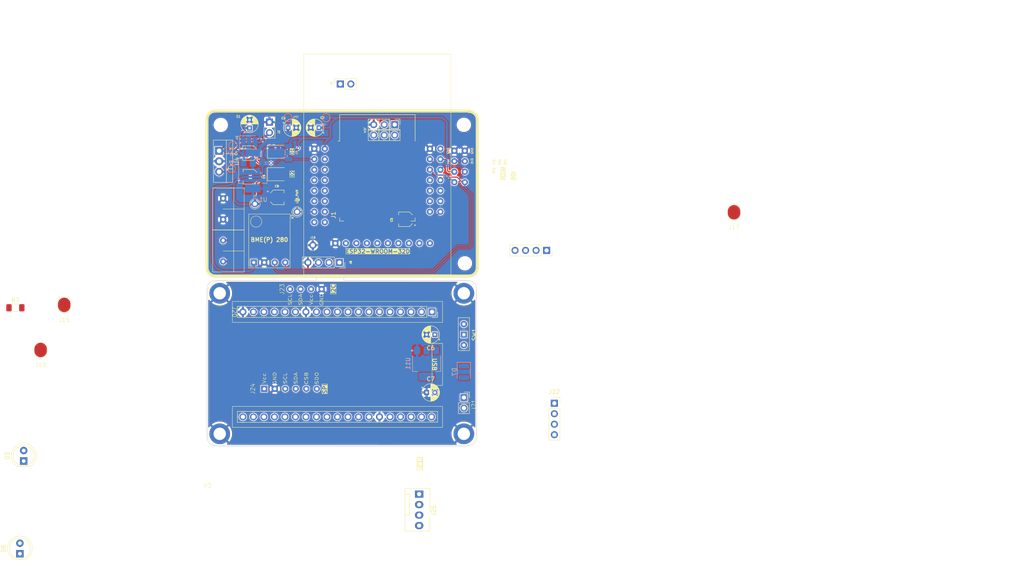
<source format=kicad_pcb>
(kicad_pcb (version 20240108) (generator "pcbnew") (generator_version "8.0")
  (layers (0 "F.Cu" signal) (31 "B.Cu" signal) (34 "B.Paste" user) (35 "F.Paste" user) (36 "B.SilkS" user "B.Silkscreen") (37 "F.SilkS" user "F.Silkscreen") (38 "B.Mask" user) (39 "F.Mask" user) (44 "Edge.Cuts" user))
  (net 0 "")
  (net 1 "GND")
  (net 2 "+3V3")
  (net 3 "+5V")
  (net 4 "/RXD")
  (net 5 "/TXD")
  (net 6 "/SDA")
  (net 7 "/GPIO_33")
  (net 8 "/SCL")
  (net 9 "/OUT3")
  (net 10 "/EN")
  (net 11 "/SOURCE2")
  (net 12 "/SOURCE1")
  (net 13 "/SOURCE3")
  (net 14 "/VDC")
  (net 15 "/DAC1")
  (net 16 "/DAC2")
  (net 17 "/GPIO39")
  (net 18 "/GPIO19")
  (net 19 "/GPIO17")
  (net 20 "/GPIO5")
  (net 21 "/GPIO18")
  (net 22 "/SD_DATA0")
  (net 23 "/ADC2_CH3")
  (net 24 "/SD_DATA3")
  (net 25 "/SD_CMD")
  (net 26 "/SD_CLK")
  (net 27 "/SD_DATA2")
  (net 28 "/SD_DATA1")
  (net 29 "/ADC2_CH0")
  (net 30 "/GPIO23")
  (net 31 "/GPIO36")
  (net 32 "/ADC2_CH2")
  (net 33 "/BOOT")
  (net 34 "/GPIO13")
  (net 35 "/SOURCE4")
  (net 36 "/SOURCE5")
  (net 37 "/SIPO_DATA")
  (net 38 "/SIPO_CLK")
  (net 39 "/SIPO_LATCH")
  (net 40 "/GPIO14")
  (net 41 "/OUT1")
  (net 42 "/VIN")
  (net 43 "Net-(D5-Pad1)")
  (net 44 "Net-(J15-Pin_1)")
  (net 45 "Net-(J19-Pin_1)")
  (net 46 "/OUT2")
  (net 58 "/ESP32-WROOM-32U Node/VIN")
  (net 63 "/ESP32-WROOM-32U Node/VDC")
  (net 74 "/ESP32-WROOM-32U Node/SPI-SDO")
  (net 75 "/ESP32-WROOM-32U Node/TX")
  (net 76 "Net-(J21-Pin_1)")
  (net 77 "/ESP32-WROOM-32U Node/SDA-2")
  (net 78 "/ESP32-WROOM-32U Node/SPI-CSB")
  (net 79 "/ESP32-WROOM-32U Node/SPI-SCL")
  (net 80 "/ESP32-WROOM-32U Node/SCL-2")
  (net 81 "/ESP32-WROOM-32U Node/RX")
  (net 82 "Net-(D7-A)")
  (net 83 "/ESP32-WROOM-32U Node/SPI-SDA")
  (net 85 "/ESP32-WROOM-32U Node/12V")
  (footprint "Capacitor_THT:CP_Radial_D4.0mm_P2.00mm" (layer "F.Cu") (at 107 44.2 180)
    (property "Reference" "C2")
    (property "Value" "1uF")
  )
  (footprint "LED_SMD:LED_1210_3225Metric_Pad1.42x2.65mm_HandSolder" (layer "F.Cu") (at 97 55.45)
    (property "Reference" "D2")
    (property "Value" "STATUS")
  )
  (footprint "Alexander Footprint Library:Board_65-40" (layer "F.Cu") (at 80 131.25)
    (property "Reference" "H3")
    (property "Value" "Project_Box_Board_65x40")
    (fp_line (start 0 -13) (end 0 -47) (stroke (width 0.05)) (layer "Edge.Cuts"))
    (fp_line (start 3 -50) (end 62 -50) (stroke (width 0.05)) (layer "Edge.Cuts"))
    (fp_line (start 62 -10) (end 3 -10) (stroke (width 0.05)) (layer "Edge.Cuts"))
    (fp_line (start 65 -47) (end 65 -13) (stroke (width 0.05)) (layer "Edge.Cuts"))
    (fp_arc (start 0 -47) (mid 0.87868 -49.12132) (end 3 -50) (stroke (width 0.05)) (layer "Edge.Cuts"))
    (fp_arc (start 3 -10) (mid 0.87868 -10.87868) (end 0 -13) (stroke (width 0.05)) (layer "Edge.Cuts"))
    (fp_arc (start 62 -50) (mid 64.12132 -49.12132) (end 65 -47) (stroke (width 0.05)) (layer "Edge.Cuts"))
    (fp_arc (start 65 -13) (mid 64.12132 -10.87868) (end 62 -10) (stroke (width 0.05)) (layer "Edge.Cuts"))
  )
  (footprint "Capacitor_SMD:CP_Elec_3x5.3" (layer "F.Cu") (at 90.3 50.35 180)
    (property "Reference" "C4")
    (property "Value" "0.1uF")
  )
  (footprint "Resistor_SMD:R_1206_3216Metric_Pad1.30x1.75mm_HandSolder" (layer "F.Cu") (at 33.612 87.7585)
    (property "Reference" "R7")
    (property "Value" "4K7")
  )
  (footprint "LED_THT:LED_D5.0mm" (layer "F.Cu") (at 34.7 147.25 90)
    (property "Reference" "D6")
    (property "Value" "LED_STATUS")
  )
  (footprint "Connector_PinSocket_2.54mm:PinSocket_1x04_P2.54mm_Vertical" (layer "F.Cu") (at 163.88 110.85)
    (property "Reference" "J22")
    (property "Value" "PWR_SATA_Conn_01x04")
  )
  (footprint "Alexander Footprint Library:Pad_1x01_P2.54_SMD" (layer "F.Cu") (at 39.712 102.098)
    (property "Reference" "J19")
    (property "Value" "LED_PWR")
  )
  (footprint "Alexanddr Footprints Library:ESP32-WROOM-Adapter-Socket-2" (layer "F.Cu") (at 121.1 56.9025)
    (property "Reference" "J1")
    (property "Value" "~")
  )
  (footprint "Alexander Footprint Library:Pad_1x01_P2.54_SMD" (layer "F.Cu") (at 45.412 91.198)
    (property "Reference" "J15")
    (property "Value" "LED_PWR")
  )
  (footprint "MountingHole:MountingHole_3mm" (layer "F.Cu") (at 142 43.5)
    (property "Reference" "H1" (hide yes))
    (property "Value" "MountingHole_Pad")
  )
  (footprint "MountingHole:MountingHole_3mm" (layer "F.Cu") (at 83.25 43.53)
    (property "Reference" "H2" (hide yes))
    (property "Value" "MountingHole_Pad")
  )
  (footprint "Alexander Footprints Library:Conn_Terminal_5mm" (layer "F.Cu") (at 83.82 53.69)
    (property "Reference" "J9" (hide yes))
    (property "Value" "Conn_01x02_Socket")
  )
  (footprint "Alexander Footprint Library:Pad_1x01_P2.54_SMD" (layer "F.Cu") (at 207.3 68.7895)
    (property "Reference" "J17")
    (property "Value" "GND")
  )
  (footprint "Capacitor_THT:CP_Radial_D4.0mm_P2.00mm" (layer "F.Cu") (at 133 108.25)
    (property "Reference" "C7")
    (property "Value" "1uF")
  )
  (footprint "Connector:FanPinHeader_1x04_P2.54mm_Vertical" (layer "F.Cu") (at 131.2 132.83 -90)
    (property "Reference" "J25")
    (property "Value" "Conn_01x04_Pin")
  )
  (footprint "Capacitor_SMD:CP_Elec_3x5.3" (layer "F.Cu") (at 90.4 56.05 180)
    (property "Reference" "C9")
    (property "Value" "0.1uF")
  )
  (footprint "Alexander Footprint Library:PinSocket_1x01_P2.54" (layer "F.Cu") (at 91.5 65.19)
    (property "Reference" "J7")
    (property "Value" "LED_PWR")
  )
  (footprint "Alexander Footprint Library:Conn_SPI" (layer "F.Cu") (at 88.68 107.35 90)
    (property "Reference" "J24")
    (property "Value" "~")
  )
  (footprint "Connector_PinSocket_2.54mm:PinSocket_1x02_P2.54mm_Vertical" (layer "F.Cu") (at 95.025 42.85)
    (property "Reference" "J2")
    (property "Value" "PWR")
  )
  (footprint "Connector_PinSocket_2.54mm:PinSocket_1x04_P2.54mm_Vertical" (layer "F.Cu") (at 111.94 76.8 -90)
    (property "Reference" "J6")
    (property "Value" "SOURCE")
  )
  (footprint "Connector_PinSocket_2.54mm:PinSocket_1x04_P2.54mm_Vertical" (layer "F.Cu") (at 162 73.875 -90)
    (property "Reference" "J10" (hide yes))
    (property "Value" "ADC")
  )
  (footprint "Capacitor_SMD:CP_Elec_3x5.3" (layer "F.Cu") (at 128 66.35 180)
    (property "Reference" "C5")
    (property "Value" "0.1uF")
  )
  (footprint "Alexander Footprint Library:PinSocket_1x02_P2.54" (layer "F.Cu") (at 140.815 114.5925)
    (property "Reference" "J21")
    (property "Value" "PWR")
  )
  (footprint "Capacitor_THT:CP_Radial_D4.0mm_P2.00mm" (layer "F.Cu") (at 99.5 44.2)
    (property "Reference" "C3")
    (property "Value" "1uF")
  )
  (footprint "Alexander Footprint Library:Conn_ESP32_WROOM-DevKit-38pins" (layer "F.Cu") (at 86.06 88.75 -90)
    (property "Reference" "J20")
    (property "Value" "~")
  )
  (footprint "Capacitor_SMD:CP_Elec_3x5.3" (layer "F.Cu") (at 96.8 61.05)
    (property "Reference" "C8")
    (property "Value" "10uF")
  )
  (footprint "Alexander Footprint Library:PinSocket_1x01_P2.54" (layer "F.Cu") (at 101.7 67.12)
    (property "Reference" "J18")
    (property "Value" "LED_PWR")
  )
  (footprint "Alexander Footprint Library:Conn_I2C" (layer "F.Cu") (at 115.24 83.25 -90)
    (property "Reference" "J23")
    (property "Value" "I2C")
  )
  (footprint "Capacitor_THT:CP_Radial_D4.0mm_P2.00mm" (layer "F.Cu") (at 135 94.25 180)
    (property "Reference" "C6")
    (property "Value" "1uF")
  )
  (footprint "Connector_PinSocket_2.54mm:PinSocket_1x02_P2.54mm_Vertical" (layer "F.Cu") (at 112.15 33.625 90)
    (property "Reference" "J5")
    (property "Value" "DAC")
  )
  (footprint "Alexander Footprint Library:CONN_2x3" (layer "F.Cu") (at 130.38 43.45 -90)
    (property "Reference" "J14")
    (property "Value" "GPIO")
  )
  (footprint "Alexander Footprints Library:Conn_UART" (layer "F.Cu") (at 139.7 42.15)
    (property "Reference" "J3" (hide yes))
    (property "Value" "UART")
  )
  (footprint "Alexander Footprint Library:SW_Slide-03_7.3x2.5x2.5_P2.54mm" (layer "F.Cu") (at 142 94.25 -90)
    (property "Reference" "SW1")
    (property "Value" "SW_SPDT")
  )
  (footprint "Alexander Footprint Library:PinSocket_1x01_P2.54" (layer "F.Cu") (at 105.5 75.19)
    (property "Reference" "J16")
    (property "Value" "GND")
  )
  (footprint "Capacitor_THT:CP_Radial_D4.0mm_P2.00mm" (layer "F.Cu") (at 90.2 44.3 90)
    (property "Reference" "C1")
    (property "Value" "1uF")
  )
  (footprint "Alexander Footprint Library:BME280_BMP280_I2C" (layer "F.Cu") (at 90 78.1 90)
    (property "Reference" "U7")
    (property "Value" "BME(P)280")
  )
  (footprint "Alexander Footprint Library:LD1117" (layer "F.Cu") (at 82.855 49.77 -90)
    (property "Reference" "U4")
    (property "Value" "L7805")
  )
  (footprint "Alexander Footprints Library:Conn_I2C" (layer "F.Cu") (at 142.24 42.15)
    (property "Reference" "J4" (hide yes))
    (property "Value" "I2C")
  )
  (footprint "LED_THT:LED_D5.0mm" (layer "F.Cu") (at 35.612 124.8335 90)
    (property "Reference" "D5")
    (property "Value" "LED_PWR")
  )
  (footprint "LED_SMD:LED_1210_3225Metric_Pad1.42x2.65mm_HandSolder" (layer "F.Cu") (at 97 50)
    (property "Reference" "D1")
    (property "Value" "PWR")
  )
  (footprint "MountingHole:MountingHole_3mm" (layer "F.Cu") (at 142.25 77)
    (property "Reference" "H4" (hide yes))
    (property "Value" "MountingHole_Pad")
  )
  (footprint "Alexander Footprints Library:Conn_Terminal_5mm" (layer "F.Cu") (at 83.82 63.85)
    (property "Reference" "J8" (hide yes))
    (property "Value" "Conn_01x02_Socket")
  )
  (footprint "TestPoint:TestPoint_Pad_D1.5mm" (layer "B.Cu") (at 99.5 41.75 180)
    (property "Reference" "TP4")
    (property "Value" "5V")
  )
  (footprint "TestPoint:TestPoint_Pad_D1.5mm" (layer "B.Cu") (at 108.7 41.75 180)
    (property "Reference" "TP3")
    (property "Value" "3V3")
  )
  (footprint "Diode_SMD:D_1210_3225Metric" (layer "B.Cu") (at 142 103.25 -90)
    (property "Reference" "D7")
    (property "Value" "D")
  )
  (footprint "Resistor_SMD:R_1206_3216Metric_Pad1.30x1.75mm_HandSolder" (layer "B.Cu") (at 99.7 50.25 -90)
    (property "Reference" "R1")
    (property "Value" "10K")
  )
  (footprint "Diode_SMD:D_1210_3225Metric" (layer "B.Cu") (at 90.1 47.75)
    (property "Reference" "D4")
    (property "Value" "D")
  )
  (footprint "TestPoint:TestPoint_Pad_D1.5mm" (layer "B.Cu") (at 86.2 48.45 180)
    (property "Reference" "TP1")
    (property "Value" "VIN")
  )
  (footprint "TestPoint:TestPoint_Pad_D1.5mm" (layer "B.Cu") (at 85.9 54.15 180)
    (property "Reference" "TP2")
    (property "Value" "GND")
  )
  (footprint "Package_TO_SOT_SMD:SOT-223-3_TabPin2" (layer "B.Cu") (at 91 55.75 -90)
    (property "Reference" "U1")
    (property "Value" "AMS1117-3V3")
  )
  (footprint "Package_TO_SOT_SMD:SOT-223-3_TabPin2" (layer "B.Cu") (at 133 101.25 -90)
    (property "Reference" "U11")
    (property "Value" "AMS1117-5.0")
  )
  (gr_line (start 145.25 42.11421) (end 145.25 78.085782) (stroke (width 0.75)) (layer "F.SilkS"))
  (gr_line (start 81.914218 40.164218) (end 143.08579 40.164218) (stroke (width 0.75)) (layer "F.SilkS"))
  (gr_arc (start 145.25 78.085782) (mid 144.66422 79.500007) (end 143.25 80.085782) (stroke (width 0.75)) (layer "F.SilkS"))
  (gr_line (start 79.914218 42.11421) (end 79.914218 78.085782) (stroke (width 0.75)) (layer "F.SilkS"))
  (gr_arc (start 81.914218 80.085782) (mid 80.499999 79.500001) (end 79.914218 78.085782) (stroke (width 0.75)) (layer "F.SilkS"))
  (gr_arc (start 143.25 40.25) (mid 144.664214 40.835786) (end 145.25 42.25) (stroke (width 0.75)) (layer "F.SilkS"))
  (gr_arc (start 79.914218 42.164218) (mid 80.499999 40.749999) (end 81.914218 40.164218) (stroke (width 0.75)) (layer "F.SilkS"))
  (gr_line (start 81.914214 80.085782) (end 143.085786 80.085782) (stroke (width 0.75)) (layer "F.SilkS"))
  (gr_line (start 82.014214 80.235786) (end 106.4 80.25) (stroke (width 0.1)) (layer "Edge.Cuts"))
  (gr_line (start 80 42.25) (end 80.014214 78.235786) (stroke (width 0.1)) (layer "Edge.Cuts"))
  (gr_arc (start 79.921321 83.157107) (mid 80.507106 81.742896) (end 81.921321 81.157107) (stroke (width 0.1)) (layer "Edge.Cuts"))
  (gr_line (start 81.921321 121.128679) (end 143.107107 121.142893) (stroke (width 0.1)) (layer "Edge.Cuts"))
  (gr_arc (start 81.921321 121.128679) (mid 80.507101 120.542899) (end 79.921321 119.128679) (stroke (width 0.1)) (layer "Edge.Cuts"))
  (gr_line (start 143.092893 81.157107) (end 113 81.15) (stroke (width 0.1)) (layer "Edge.Cuts"))
  (gr_arc (start 145.107107 119.142893) (mid 144.521321 120.557107) (end 143.107107 121.142893) (stroke (width 0.1)) (layer "Edge.Cuts"))
  (gr_line (start 106.4 81.15) (end 81.921321 81.157107) (stroke (width 0.1)) (layer "Edge.Cuts"))
  (gr_arc (start 143.185786 40.264214) (mid 144.600004 40.849996) (end 145.185786 42.264214) (stroke (width 0.1)) (layer "Edge.Cuts"))
  (gr_line (start 113 80.25) (end 143.185786 80.235786) (stroke (width 0.1)) (layer "Edge.Cuts"))
  (gr_arc (start 82.014214 80.235786) (mid 80.599996 79.650004) (end 80.014214 78.235786) (stroke (width 0.1)) (layer "Edge.Cuts"))
  (gr_line (start 145.185786 42.264214) (end 145.185786 78.235786) (stroke (width 0.1)) (layer "Edge.Cuts"))
  (gr_arc (start 80 42.25) (mid 80.585786 40.835786) (end 82 40.25) (stroke (width 0.1)) (layer "Edge.Cuts"))
  (gr_line (start 145.107107 119.142893) (end 145.092893 83.157107) (stroke (width 0.1)) (layer "Edge.Cuts"))
  (gr_line (start 79.921321 119.128679) (end 79.921321 83.157107) (stroke (width 0.1)) (layer "Edge.Cuts"))
  (gr_line (start 106.4 81.15) (end 106.4 80.25) (stroke (width 0.1)) (layer "Edge.Cuts"))
  (gr_arc (start 145.185786 78.235786) (mid 144.600004 79.650004) (end 143.185786 80.235786) (stroke (width 0.1)) (layer "Edge.Cuts"))
  (gr_arc (start 143.092893 81.157107) (mid 144.507112 81.742888) (end 145.092893 83.157107) (stroke (width 0.1)) (layer "Edge.Cuts"))
  (gr_line (start 113 81.15) (end 113 80.25) (stroke (width 0.1)) (layer "Edge.Cuts"))
  (gr_line (start 143.185786 40.264214) (end 82 40.25) (stroke (width 0.1)) (layer "Edge.Cuts"))
  (gr_text "PWR" (at 132 127.25 90) (layer "F.SilkS" knockout) (effects (font (size 1 1) (thickness 0.25) (bold yes)) (justify left bottom)))
  (segment (start 84.21 66) (end 83.82 66.39) (width 0.5) (layer "F.Cu") (net 1))
  (segment (start 95.5 54.8625) (end 95.5125 54.85) (width 0.25) (layer "F.Cu") (net 1))
  (segment (start 95.5 55.4625) (end 95.5125 55.45) (width 0.25) (layer "F.Cu") (net 1))
  (segment (start 91.5 59.65) (end 91.9 59.25) (width 0.5) (layer "F.Cu") (net 2))
  (segment (start 101.15 50) (end 102 49.15) (width 0.5) (layer "F.Cu") (net 2))
  (segment (start 94.63 62.62) (end 91.5 62.62) (width 0.5) (layer "F.Cu") (net 2))
  (segment (start 91.9 59.25) (end 91.9 56.05) (width 0.5) (layer "F.Cu") (net 2))
  (segment (start 98.4875 50) (end 101.15 50) (width 0.5) (layer "F.Cu") (net 2))
  (segment (start 95.3 61.05) (end 95.3 61.95) (width 0.5) (layer "F.Cu") (net 2))
  (segment (start 95.3 61.95) (end 94.63 62.62) (width 0.5) (layer "F.Cu") (net 2))
  (segment (start 91.5 62.62) (end 91.5 59.65) (width 0.5) (layer "F.Cu") (net 2))
  (via (at 102 49.15) (size 0.8) (drill 0.4) (layers "F.Cu" "B.Cu") (net 2))
  (segment (start 96.075 48.7) (end 97.525 48.7) (width 0.5) (layer "B.Cu") (net 2))
  (segment (start 108.4 49.2825) (end 108.4 47.85) (width 0.5) (layer "B.Cu") (net 2))
  (segment (start 109.408578 44.2) (end 107 44.2) (width 0.5) (layer "B.Cu") (net 2))
  (segment (start 109.5 46.75) (end 109.75 46.5) (width 0.5) (layer "B.Cu") (net 2))
  (segment (start 81.3 75.997918) (end 81.3 59.75104) (width 0.5) (layer "B.Cu") (net 2))
  (segment (start 93.3 54.905025) (end 93.3 52.6) (width 0.5) (layer "B.Cu") (net 2))
  (segment (start 100 48.7) (end 100 48.03033) (width 0.5) (layer "B.Cu") (net 2))
  (segment (start 137.9 51.55) (end 138.66 52.31) (width 0.5) (layer "B.Cu") (net 2))
  (segment (start 84.202081 78.9) (end 89.990883 78.9) (width 0.5) (layer "B.Cu") (net 2))
  (segment (start 109.75 45) (end 109.75 44.141421) (width 0.5) (layer "B.Cu") (net 2))
  (segment (start 103 46.75) (end 101.28033 46.75) (width 0.5) (layer "B.Cu") (net 2))
  (segment (start 109.75 43.858578) (end 109.75 44.141421) (width 0.5) (layer "B.Cu") (net 2))
  (segment (start 138.66 52.31) (end 139.7 52.31) (width 0.5) (layer "B.Cu") (net 2))
  (segment (start 139.7 52.31) (end 142.24 52.31) (width 0.5) (layer "B.Cu") (net 2))
  (segment (start 129.1 41.75) (end 136.8 41.75) (width 0.5) (layer "B.Cu") (net 2))
  (segment (start 112.31066 41.75) (end 129.1 41.75) (width 0.5) (layer "B.Cu") (net 2))
  (segment (start 88.207106 62.75) (end 91.5 62.75) (width 0.5) (layer "B.Cu") (net 2))
  (segment (start 86.5 61.042893) (end 86.5 57.5) (width 0.5) (layer "B.Cu") (net 2))
  (segment (start 103 46.75) (end 109.5 46.75) (width 0.5) (layer "B.Cu") (net 2))
  (segment (start 137.9 42.85) (end 137.9 51.55) (width 0.5) (layer "B.Cu") (net 2))
  (segment (start 91.22 77.670883) (end 91.22 76.8) (width 0.5) (layer "B.Cu") (net 2))
  (segment (start 89.455634 56.1) (end 92.105025 56.1) (width 0.5) (layer "B.Cu") (net 2))
  (segment (start 96.075 48.7) (end 95.177817 48.7) (width 0.5) (layer "B.Cu") (net 2))
  (segment (start 136.8 41.75) (end 137.9 42.85) (width 0.5) (layer "B.Cu") (net 2))
  (segment (start 108.4 47.85) (end 109.75 46.5) (width 0.5) (layer "B.Cu") (net 2))
  (segment (start 109.75 46.5) (end 109.75 45) (width 0.5) (layer "B.Cu") (net 2))
  (segment (start 110.015165 42.984834) (end 110.5 42.5) (width 0.5) (layer "B.Cu") (net 2))
  (segment (start 102 47.75) (end 103 46.75) (width 0.5) (layer "B.Cu") (net 2))
  (segment (start 109.75 43.858578) (end 109.75 43.625) (width 0.5) (layer "B.Cu") (net 2))
  (segment (start 93.3 52.6) (end 93.3 50.577817) (width 0.5) (layer "B.Cu") (net 2))
  (segment (start 82.75104 58.3) (end 84.144365 58.3) (width 0.5) (layer "B.Cu") (net 2))
  (segment (start 102 49.15) (end 102 47.75) (width 0.5) (layer "B.Cu") (net 2))
  (segment (start 129.3 41.75) (end 129.1 41.75) (width 0.5) (layer "B.Cu") (net 2))
  (segment (start 108.7 41.75) (end 112.31066 41.75) (width 0.5) (layer "B.Cu") (net 2))
  (segment (start 100 48.7) (end 97.525 48.7) (width 0.5) (layer "B.Cu") (net 2))
  (arc (start 93.3 54.905025) (mid 93.209037 55.362322) (end 92.95 55.75) (width 0.5) (layer "B.Cu") (net 2))
  (arc (start 86.8 57.2) (mid 85.581584 58.014119) (end 84.144365 58.3) (width 0.5) (layer "B.Cu") (net 2))
  (arc (start 89.455634 56.1) (mid 88.018415 56.38588) (end 86.8 57.2) (width 0.5) (layer "B.Cu") (net 2))
  (arc (start 86.5 61.042893) (mid 86.629945 61.696174) (end 87 62.25) (width 0.5) (layer "B.Cu") (net 2))
  (arc (start 82.75104 58.3) (mid 82.195751 58.410453) (end 81.725 58.725) (width 0.5) (layer "B.Cu") (net 2))
  (arc (start 92.95 55.75) (mid 92.562322 56.009037) (end 92.105025 56.1) (width 0.5) (layer "B.Cu") (net 2))
  (arc (start 109.75 43.625) (mid 109.818914 43.278544) (end 110.015165 42.984834) (width 0.5) (layer "B.Cu") (net 2))
  (arc (start 95.177817 48.7) (mid 94.459207 48.84294) (end 93.85 49.25) (width 0.5) (layer "B.Cu") (net 2))
  (arc (start 82.15 78.05) (mid 83.091502 78.679092) (end 84.202081 78.9) (width 0.5) (layer "B.Cu") (net 2))
  (arc (start 109.75 44.141421) (mid 109.713838 44.087301) (end 109.65 44.1) (width 0.5) (layer "B.Cu") (net 2))
  (arc (start 93.85 49.25) (mid 93.44294 49.859207) (end 93.3 50.577817) (width 0.5) (layer "B.Cu") (net 2))
  (arc (start 90.86 78.54) (mid 90.461245 78.806439) (end 89.990883 78.9) (width 0.5) (layer "B.Cu") (net 2))
  (arc (start 109.65 44.1) (mid 109.539234 44.17401) (end 109.408578 44.2) (width 0.5) (layer "B.Cu") (net 2))
  (arc (start 87 62.25) (mid 87.553825 62.620054) (end 88.207106 62.75) (width 0.5) (layer "B.Cu") (net 2))
  (arc (start 81.725 58.725) (mid 81.410453 59.195751) (end 81.3 59.75104) (width 0.5) (layer "B.Cu") (net 2))
  (arc (start 101.28033 46.75) (mid 100.790368 46.847459) (end 100.375 47.125) (width 0.5) (layer "B.Cu") (net 2))
  (arc (start 91.22 77.670883) (mid 91.126439 78.141245) (end 90.86 78.54) (width 0.5) (layer "B.Cu") (net 2))
  (arc (start 110.5 42.5) (mid 111.330737 41.944918) (end 112.31066 41.75) (width 0.5) (layer "B.Cu") (net 2))
  (arc (start 109.65 44.1) (mid 109.72401 43.989234) (end 109.75 43.858578) (width 0.5) (layer "B.Cu") (net 2))
  (arc (start 100.375 47.125) (mid 100.097459 47.540368) (end 100 48.03033) (width 0.5) (layer "B.Cu") (net 2))
  (arc (start 81.3 75.997918) (mid 81.520907 77.108496) (end 82.15 78.05) (width 0.5) (layer "B.Cu") (net 2))
  (segment (start 99.5 45.693413) (end 99.5 44.2) (width 0.5) (layer "F.Cu") (net 3))
  (segment (start 98.6375 46.9625) (end 99.2125 46.3875) (width 0.5) (layer "F.Cu") (net 3))
  (segment (start 88.1 47.25) (end 97.943413 47.25) (width 0.5) (layer "F.Cu") (net 3))
  (segment (start 84.9 54.85) (end 85.4 54.35) (width 0.5) (layer "F.Cu") (net 3))
  (segment (start 85.4 54.35) (end 85.4 49.95) (width 0.5) (layer "F.Cu") (net 3))
  (segment (start 82.855 54.85) (end 84.9 54.85) (width 0.5) (layer "F.Cu") (net 3))
  (segment (start 85.4 49.95) (end 88.1 47.25) (width 0.5) (layer "F.Cu") (net 3))
  (arc (start 97.943413 47.25) (mid 98.31905 47.175281) (end 98.6375 46.9625) (width 0.5) (layer "F.Cu") (net 3))
  (arc (start 99.5 45.693413) (mid 99.425281 46.06905) (end 99.2125 46.3875) (width 0.5) (layer "F.Cu") (net 3))
  (segment (start 99.5 42.25) (end 99.5 44.2) (width 0.25) (layer "B.Cu") (net 3))
  (segment (start 139.7 57.35) (end 139.7 57.39) (width 0.25) (layer "F.Cu") (net 4))
  (segment (start 140.3 57.45) (end 139.3 57.45) (width 0.25) (layer "F.Cu") (net 4))
  (segment (start 139.04 57.39) (end 139.7 57.39) (width 0.25) (layer "F.Cu") (net 4))
  (segment (start 137.96 55.65) (end 139.7 57.39) (width 0.25) (layer "B.Cu") (net 4))
  (segment (start 133.8 54.3625) (end 135.0875 55.65) (width 0.25) (layer "B.Cu") (net 4))
  (segment (start 135.0875 55.65) (end 137.96 55.65) (width 0.25) (layer "B.Cu") (net 4))
  (segment (start 138 52.25) (end 137.5725 51.8225) (width 0.25) (layer "F.Cu") (net 5))
  (segment (start 139.7 54.85) (end 138.3 54.85) (width 0.25) (layer "F.Cu") (net 5))
  (segment (start 137.5725 51.8225) (end 136.34 51.8225) (width 0.25) (layer "F.Cu") (net 5))
  (segment (start 138 54.55) (end 138 52.25) (width 0.25) (layer "F.Cu") (net 5))
  (segment (start 138.3 54.85) (end 138 54.55) (width 0.25) (layer "F.Cu") (net 5))
  (segment (start 139.7 54.85) (end 139.5 54.85) (width 0.25) (layer "F.Cu") (net 5))
  (segment (start 142.24 54.85) (end 142.24 55.51) (width 0.25) (layer "F.Cu") (net 6))
  (segment (start 98.84 76.8) (end 98.84 78.09) (width 0.25) (layer "B.Cu") (net 6))
  (segment (start 141 57.95) (end 141 56.09) (width 0.25) (layer "B.Cu") (net 6))
  (segment (start 140.990501 53.600501) (end 142.24 54.85) (width 0.25) (layer "B.Cu") (net 6))
  (segment (start 136.34 54.3625) (end 137.101999 53.600501) (width 0.25) (layer "B.Cu") (net 6))
  (segment (start 143.281802 72.781802) (end 143.55 72.513604) (width 0.25) (layer "B.Cu") (net 6))
  (segment (start 99.4 78.65) (end 130.7 78.65) (width 0.25) (layer "B.Cu") (net 6))
  (segment (start 130.7 78.65) (end 134.55 78.65) (width 0.25) (layer "B.Cu") (net 6))
  (segment (start 143.55 72.513604) (end 143.55 60.5) (width 0.25) (layer "B.Cu") (net 6))
  (segment (start 143.55 60.5) (end 141 57.95) (width 0.25) (layer "B.Cu") (net 6))
  (segment (start 140.418198 72.781802) (end 143.281802 72.781802) (width 0.25) (layer "B.Cu") (net 6))
  (segment (start 98.84 78.09) (end 99.4 78.65) (width 0.25) (layer "B.Cu") (net 6))
  (segment (start 141 56.09) (end 142.24 54.85) (width 0.25) (layer "B.Cu") (net 6))
  (segment (start 137.101999 53.600501) (end 140.990501 53.600501) (width 0.25) (layer "B.Cu") (net 6))
  (segment (start 134.55 78.65) (end 140.418198 72.781802) (width 0.25) (layer "B.Cu") (net 6))
  (segment (start 135.1 55.15) (end 135.6 55.65) (width 0.25) (layer "F.Cu") (net 8))
  (segment (start 133.8 51.8225) (end 135.1 53.1225) (width 0.25) (layer "F.Cu") (net 8))
  (segment (start 141.603604 57.39) (end 142.24 57.39) (width 0.25) (layer "F.Cu") (net 8))
  (segment (start 137.3 55.65) (end 137.8 56.15) (width 0.25) (layer "F.Cu") (net 8))
  (segment (start 135.1 53.1225) (end 135.1 55.15) (width 0.25) (layer "F.Cu") (net 8))
  (segment (start 135.6 55.65) (end 137.3 55.65) (width 0.25) (layer "F.Cu") (net 8))
  (segment (start 140.363604 56.15) (end 141.603604 57.39) (width 0.25) (layer "F.Cu") (net 8))
  (segment (start 137.8 56.15) (end 140.363604 56.15) (width 0.25) (layer "F.Cu") (net 8))
  (segment (start 142.24 58.553604) (end 142.24 57.39) (width 0.25) (layer "B.Cu") (net 8))
  (segment (start 144 72.7) (end 144 60.313604) (width 0.25) (layer "B.Cu") (net 8))
  (segment (start 134.8 79.1) (end 140.6 73.3) (width 0.25) (layer "B.Cu") (net 8))
  (segment (start 140.6 73.3) (end 143.4 73.3) (width 0.25) (layer "B.Cu") (net 8))
  (segment (start 96.3 76.8) (end 96.3 78.45) (width 0.25) (layer "B.Cu") (net 8))
  (segment (start 143.4 73.3) (end 144 72.7) (width 0.25) (layer "B.Cu") (net 8))
  (segment (start 96.3 78.45) (end 96.95 79.1) (width 0.25) (layer "B.Cu") (net 8))
  (segment (start 144 60.313604) (end 142.24 58.553604) (width 0.25) (layer "B.Cu") (net 8))
  (segment (start 96.95 79.1) (end 134.8 79.1) (width 0.25) (layer "B.Cu") (net 8))
  (segment (start 92.3 52.75) (end 91.8 52.25) (width 0.25) (layer "F.Cu") (net 10))
  (segment (start 91.8 52.25) (end 91.8 50.35) (width 0.25) (layer "F.Cu") (net 10))
  (segment (start 95.4 52.75) (end 92.3 52.75) (width 0.25) (layer "F.Cu") (net 10))
  (via (at 95.4 52.75) (size 0.8) (drill 0.4) (layers "F.Cu" "B.Cu") (net 10))
  (segment (start 95.4 52.75) (end 96.7 52.75) (width 0.25) (layer "B.Cu") (net 10))
  (segment (start 101.4 51.8) (end 101.45 51.8) (width 0.25) (layer "B.Cu") (net 10))
  (segment (start 105.86 51.8225) (end 101.4225 51.8225) (width 0.25) (layer "B.Cu") (net 10))
  (segment (start 99.7 51.8) (end 101.4 51.8) (width 0.25) (layer "B.Cu") (net 10))
  (segment (start 97.65 51.8) (end 99.7 51.8) (width 0.25) (layer "B.Cu") (net 10))
  (segment (start 101.4225 51.8225) (end 101.4 51.8) (width 0.25) (layer "B.Cu") (net 10))
  (segment (start 96.7 52.75) (end 97.65 51.8) (width 0.25) (layer "B.Cu") (net 10))
  (segment (start 86.37 71.47) (end 88 73.1) (width 0.5) (layer "F.Cu") (net 11))
  (segment (start 88 73.1) (end 99 73.1) (width 0.5) (layer "F.Cu") (net 11))
  (segment (start 83.82 71.47) (end 86.37 71.47) (width 0.5) (layer "F.Cu") (net 11))
  (segment (start 86.275 76.55) (end 88.075 74.75) (width 0.5) (layer "F.Cu") (net 12))
  (segment (start 83.82 76.55) (end 86.275 76.55) (width 0.5) (layer "F.Cu") (net 12))
  (segment (start 88.075 74.75) (end 99.75 74.75) (width 0.5) (layer "F.Cu") (net 12))
  (segment (start 95.025 45.425) (end 92.7 47.75) (width 0.5) (layer "B.Cu") (net 14))
  (segment (start 92.7 47.75) (end 91.5 47.75) (width 0.5) (layer "B.Cu") (net 14))
  (segment (start 95.025 45.39) (end 95.025 45.425) (width 0.5) (layer "B.Cu") (net 14))
  (segment (start 129.5 66.35) (end 134.5125 66.35) (width 0.25) (layer "F.Cu") (net 33))
  (segment (start 134.5125 66.35) (end 136.34 64.5225) (width 0.25) (layer "F.Cu") (net 33))
  (segment (start 101.7 56.05) (end 101.1 55.45) (width 0.25) (layer "F.Cu") (net 40))
  (segment (start 101.7 64.55) (end 105.8325 64.55) (width 0.25) (layer "F.Cu") (net 40))
  (segment (start 105.8325 64.55) (end 105.86 64.5225) (width 0.25) (layer "F.Cu") (net 40))
  (segment (start 101.1 55.45) (end 98.4875 55.45) (width 0.25) (layer "F.Cu") (net 40))
  (segment (start 101.7 64.55) (end 101.7 56.05) (width 0.25) (layer "F.Cu") (net 40))
  (segment (start 82.98 49.77) (end 82.855 49.77) (width 0.5) (layer "F.Cu") (net 42))
  (segment (start 90.2 44.3) (end 88.45 44.3) (width 0.5) (layer "F.Cu") (net 42))
  (segment (start 88.45 44.3) (end 82.98 49.77) (width 0.5) (layer "F.Cu") (net 42))
  (segment (start 88.7 50.546446) (end 88.7 51.253553) (width 0.5) (layer "B.Cu") (net 42))
  (segment (start 88.7 45.153553) (end 88.7 47.4) (width 0.5) (layer "B.Cu") (net 42))
  (segment (start 86.2 49.11) (end 86.2 48.45) (width 0.25) (layer "B.Cu") (net 42))
  (segment (start 88.45 50.65) (end 88.2 50.4) (width 0.5) (layer "B.Cu") (net 42))
  (segment (start 88.7 50.546446) (end 88.7 47.4) (width 0.5) (layer "B.Cu") (net 42))
  (segment (start 88.45 50.65) (end 88.054368 50.254368) (width 0.5) (layer "B.Cu") (net 42))
  (segment (start 89.553553 44.3) (end 90.2 44.3) (width 0.5) (layer "B.Cu") (net 42))
  (segment (start 88.7 51.253553) (end 88.7 52.6) (width 0.5) (layer "B.Cu") (net 42))
  (segment (start 86.86 49.77) (end 85.54 49.77) (width 0.5) (layer "B.Cu") (net 42))
  (segment (start 86.885 49.77) (end 86.86 49.77) (width 0.5) (layer "B.Cu") (net 42))
  (segment (start 85.54 49.77) (end 82.855 49.77) (width 0.5) (layer "B.Cu") (net 42))
  (arc (start 89.553553 44.3) (mid 89.226912 44.364972) (end 88.95 44.55) (width 0.5) (layer "B.Cu") (net 42))
  (arc (start 86.2 49.11) (mid 86.393309 49.57669) (end 86.86 49.77) (width 0.25) (layer "B.Cu") (net 42))
  (arc (start 88.7 51.253553) (mid 88.635027 50.926912) (end 88.45 50.65) (width 0.5) (layer "B.Cu") (net 42))
  (arc (start 88.45 50.65) (mid 88.45 50.65) (end 88.45 50.65) (width 0.5) (layer "B.Cu") (net 42))
  (arc (start 88.45 50.65) (mid 88.609596 50.681745) (end 88.7 50.546446) (width 0.5) (layer "B.Cu") (net 42))
  (arc (start 88.054368 50.254368) (mid 87.517857 49.895883) (end 86.885 49.77) (width 0.5) (layer "B.Cu") (net 42))
  (arc (start 88.95 44.55) (mid 88.764972 44.826912) (end 88.7 45.153553) (width 0.5) (layer "B.Cu") (net 42))
  (zone (net 1) (net_name "GND") (layer "F.Cu") (priority 1) (connect_pads (clearance 0)) (min_thickness 0.25) (fill yes (thermal_gap 0.5) (thermal_bridge_width 0.5))
    (polygon (pts (xy 80 40.25) (xy 80.3 80.35) (xy 145.55 80.35) (xy 145.25 40.25)))
  )
  (zone (net 1) (net_name "GND") (layer "F.Cu") (priority 2) (connect_pads (clearance 0)) (min_thickness 0.25) (fill yes (thermal_gap 0.5) (thermal_bridge_width 0.5))
    (polygon (pts (xy 79.8 121.45) (xy 145.7 121.45) (xy 145.2 80.95) (xy 79.5 80.95)))
  )
  (zone (net 1) (net_name "GND") (layer "B.Cu") (connect_pads (clearance 0)) (min_thickness 0.25) (fill yes (thermal_gap 0.5) (thermal_bridge_width 0.5))
    (polygon (pts (xy 80 40.25) (xy 145.2 40.25) (xy 145.4 80.45) (xy 80.2 80.45)))
  )
  (zone (net 1) (net_name "GND") (layer "B.Cu") (priority 3) (connect_pads (clearance 0)) (min_thickness 0.25) (fill yes (thermal_gap 0.5) (thermal_bridge_width 0.5))
    (polygon (pts (xy 145.6 121.45) (xy 145.2 80.95) (xy 79.5 80.95) (xy 79.7 121.45)))
  )
)
</source>
